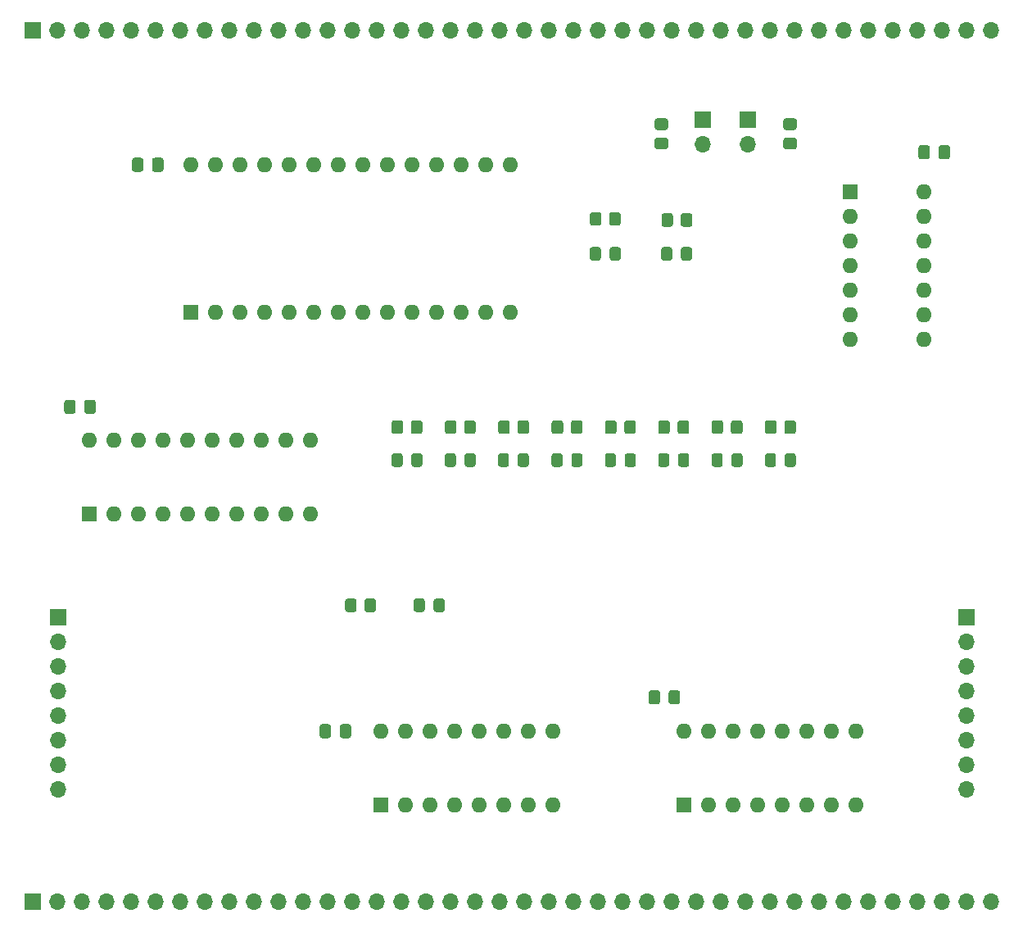
<source format=gts>
G04 #@! TF.GenerationSoftware,KiCad,Pcbnew,(5.1.9)-1*
G04 #@! TF.CreationDate,2021-10-24T10:03:22-04:00*
G04 #@! TF.ProjectId,ram-mar,72616d2d-6d61-4722-9e6b-696361645f70,1.0*
G04 #@! TF.SameCoordinates,Original*
G04 #@! TF.FileFunction,Soldermask,Top*
G04 #@! TF.FilePolarity,Negative*
%FSLAX46Y46*%
G04 Gerber Fmt 4.6, Leading zero omitted, Abs format (unit mm)*
G04 Created by KiCad (PCBNEW (5.1.9)-1) date 2021-10-24 10:03:22*
%MOMM*%
%LPD*%
G01*
G04 APERTURE LIST*
%ADD10O,1.600000X1.600000*%
%ADD11R,1.600000X1.600000*%
%ADD12O,1.700000X1.700000*%
%ADD13R,1.700000X1.700000*%
G04 APERTURE END LIST*
D10*
X102800000Y-59860000D03*
X135820000Y-75100000D03*
X105340000Y-59860000D03*
X133280000Y-75100000D03*
X107880000Y-59860000D03*
X130740000Y-75100000D03*
X110420000Y-59860000D03*
X128200000Y-75100000D03*
X112960000Y-59860000D03*
X125660000Y-75100000D03*
X115500000Y-59860000D03*
X123120000Y-75100000D03*
X118040000Y-59860000D03*
X120580000Y-75100000D03*
X120580000Y-59860000D03*
X118040000Y-75100000D03*
X123120000Y-59860000D03*
X115500000Y-75100000D03*
X125660000Y-59860000D03*
X112960000Y-75100000D03*
X128200000Y-59860000D03*
X110420000Y-75100000D03*
X130740000Y-59860000D03*
X107880000Y-75100000D03*
X133280000Y-59860000D03*
X105340000Y-75100000D03*
X135820000Y-59860000D03*
D11*
X102800000Y-75100000D03*
D12*
X182900000Y-124380000D03*
X182900000Y-121840000D03*
X182900000Y-119300000D03*
X182900000Y-116760000D03*
X182900000Y-114220000D03*
X182900000Y-111680000D03*
X182900000Y-109140000D03*
D13*
X182900000Y-106600000D03*
D10*
X178520000Y-62700000D03*
X170900000Y-77940000D03*
X178520000Y-65240000D03*
X170900000Y-75400000D03*
X178520000Y-67780000D03*
X170900000Y-72860000D03*
X178520000Y-70320000D03*
X170900000Y-70320000D03*
X178520000Y-72860000D03*
X170900000Y-67780000D03*
X178520000Y-75400000D03*
X170900000Y-65240000D03*
X178520000Y-77940000D03*
D11*
X170900000Y-62700000D03*
D10*
X122400000Y-118380000D03*
X140180000Y-126000000D03*
X124940000Y-118380000D03*
X137640000Y-126000000D03*
X127480000Y-118380000D03*
X135100000Y-126000000D03*
X130020000Y-118380000D03*
X132560000Y-126000000D03*
X132560000Y-118380000D03*
X130020000Y-126000000D03*
X135100000Y-118380000D03*
X127480000Y-126000000D03*
X137640000Y-118380000D03*
X124940000Y-126000000D03*
X140180000Y-118380000D03*
D11*
X122400000Y-126000000D03*
D10*
X153700000Y-118380000D03*
X171480000Y-126000000D03*
X156240000Y-118380000D03*
X168940000Y-126000000D03*
X158780000Y-118380000D03*
X166400000Y-126000000D03*
X161320000Y-118380000D03*
X163860000Y-126000000D03*
X163860000Y-118380000D03*
X161320000Y-126000000D03*
X166400000Y-118380000D03*
X158780000Y-126000000D03*
X168940000Y-118380000D03*
X156240000Y-126000000D03*
X171480000Y-118380000D03*
D11*
X153700000Y-126000000D03*
G36*
G01*
X151850001Y-56300000D02*
X150949999Y-56300000D01*
G75*
G02*
X150700000Y-56050001I0J249999D01*
G01*
X150700000Y-55349999D01*
G75*
G02*
X150949999Y-55100000I249999J0D01*
G01*
X151850001Y-55100000D01*
G75*
G02*
X152100000Y-55349999I0J-249999D01*
G01*
X152100000Y-56050001D01*
G75*
G02*
X151850001Y-56300000I-249999J0D01*
G01*
G37*
G36*
G01*
X151850001Y-58300000D02*
X150949999Y-58300000D01*
G75*
G02*
X150700000Y-58050001I0J249999D01*
G01*
X150700000Y-57349999D01*
G75*
G02*
X150949999Y-57100000I249999J0D01*
G01*
X151850001Y-57100000D01*
G75*
G02*
X152100000Y-57349999I0J-249999D01*
G01*
X152100000Y-58050001D01*
G75*
G02*
X151850001Y-58300000I-249999J0D01*
G01*
G37*
G36*
G01*
X165150001Y-56300000D02*
X164249999Y-56300000D01*
G75*
G02*
X164000000Y-56050001I0J249999D01*
G01*
X164000000Y-55349999D01*
G75*
G02*
X164249999Y-55100000I249999J0D01*
G01*
X165150001Y-55100000D01*
G75*
G02*
X165400000Y-55349999I0J-249999D01*
G01*
X165400000Y-56050001D01*
G75*
G02*
X165150001Y-56300000I-249999J0D01*
G01*
G37*
G36*
G01*
X165150001Y-58300000D02*
X164249999Y-58300000D01*
G75*
G02*
X164000000Y-58050001I0J249999D01*
G01*
X164000000Y-57349999D01*
G75*
G02*
X164249999Y-57100000I249999J0D01*
G01*
X165150001Y-57100000D01*
G75*
G02*
X165400000Y-57349999I0J-249999D01*
G01*
X165400000Y-58050001D01*
G75*
G02*
X165150001Y-58300000I-249999J0D01*
G01*
G37*
D12*
X160350000Y-57740000D03*
D13*
X160350000Y-55200000D03*
D12*
X155700000Y-57740000D03*
D13*
X155700000Y-55200000D03*
D10*
X92300000Y-88380000D03*
X115160000Y-96000000D03*
X94840000Y-88380000D03*
X112620000Y-96000000D03*
X97380000Y-88380000D03*
X110080000Y-96000000D03*
X99920000Y-88380000D03*
X107540000Y-96000000D03*
X102460000Y-88380000D03*
X105000000Y-96000000D03*
X105000000Y-88380000D03*
X102460000Y-96000000D03*
X107540000Y-88380000D03*
X99920000Y-96000000D03*
X110080000Y-88380000D03*
X97380000Y-96000000D03*
X112620000Y-88380000D03*
X94840000Y-96000000D03*
X115160000Y-88380000D03*
D11*
X92300000Y-96000000D03*
G36*
G01*
X145200000Y-65049999D02*
X145200000Y-65950001D01*
G75*
G02*
X144950001Y-66200000I-249999J0D01*
G01*
X144249999Y-66200000D01*
G75*
G02*
X144000000Y-65950001I0J249999D01*
G01*
X144000000Y-65049999D01*
G75*
G02*
X144249999Y-64800000I249999J0D01*
G01*
X144950001Y-64800000D01*
G75*
G02*
X145200000Y-65049999I0J-249999D01*
G01*
G37*
G36*
G01*
X147200000Y-65049999D02*
X147200000Y-65950001D01*
G75*
G02*
X146950001Y-66200000I-249999J0D01*
G01*
X146249999Y-66200000D01*
G75*
G02*
X146000000Y-65950001I0J249999D01*
G01*
X146000000Y-65049999D01*
G75*
G02*
X146249999Y-64800000I249999J0D01*
G01*
X146950001Y-64800000D01*
G75*
G02*
X147200000Y-65049999I0J-249999D01*
G01*
G37*
G36*
G01*
X153400000Y-66050001D02*
X153400000Y-65149999D01*
G75*
G02*
X153649999Y-64900000I249999J0D01*
G01*
X154350001Y-64900000D01*
G75*
G02*
X154600000Y-65149999I0J-249999D01*
G01*
X154600000Y-66050001D01*
G75*
G02*
X154350001Y-66300000I-249999J0D01*
G01*
X153649999Y-66300000D01*
G75*
G02*
X153400000Y-66050001I0J249999D01*
G01*
G37*
G36*
G01*
X151400000Y-66050001D02*
X151400000Y-65149999D01*
G75*
G02*
X151649999Y-64900000I249999J0D01*
G01*
X152350001Y-64900000D01*
G75*
G02*
X152600000Y-65149999I0J-249999D01*
G01*
X152600000Y-66050001D01*
G75*
G02*
X152350001Y-66300000I-249999J0D01*
G01*
X151649999Y-66300000D01*
G75*
G02*
X151400000Y-66050001I0J249999D01*
G01*
G37*
G36*
G01*
X146050000Y-69550001D02*
X146050000Y-68649999D01*
G75*
G02*
X146299999Y-68400000I249999J0D01*
G01*
X146950001Y-68400000D01*
G75*
G02*
X147200000Y-68649999I0J-249999D01*
G01*
X147200000Y-69550001D01*
G75*
G02*
X146950001Y-69800000I-249999J0D01*
G01*
X146299999Y-69800000D01*
G75*
G02*
X146050000Y-69550001I0J249999D01*
G01*
G37*
G36*
G01*
X144000000Y-69550001D02*
X144000000Y-68649999D01*
G75*
G02*
X144249999Y-68400000I249999J0D01*
G01*
X144900001Y-68400000D01*
G75*
G02*
X145150000Y-68649999I0J-249999D01*
G01*
X145150000Y-69550001D01*
G75*
G02*
X144900001Y-69800000I-249999J0D01*
G01*
X144249999Y-69800000D01*
G75*
G02*
X144000000Y-69550001I0J249999D01*
G01*
G37*
G36*
G01*
X153425000Y-69550001D02*
X153425000Y-68649999D01*
G75*
G02*
X153674999Y-68400000I249999J0D01*
G01*
X154325001Y-68400000D01*
G75*
G02*
X154575000Y-68649999I0J-249999D01*
G01*
X154575000Y-69550001D01*
G75*
G02*
X154325001Y-69800000I-249999J0D01*
G01*
X153674999Y-69800000D01*
G75*
G02*
X153425000Y-69550001I0J249999D01*
G01*
G37*
G36*
G01*
X151375000Y-69550001D02*
X151375000Y-68649999D01*
G75*
G02*
X151624999Y-68400000I249999J0D01*
G01*
X152275001Y-68400000D01*
G75*
G02*
X152525000Y-68649999I0J-249999D01*
G01*
X152525000Y-69550001D01*
G75*
G02*
X152275001Y-69800000I-249999J0D01*
G01*
X151624999Y-69800000D01*
G75*
G02*
X151375000Y-69550001I0J249999D01*
G01*
G37*
G36*
G01*
X118150000Y-118875000D02*
X118150000Y-117925000D01*
G75*
G02*
X118400000Y-117675000I250000J0D01*
G01*
X119075000Y-117675000D01*
G75*
G02*
X119325000Y-117925000I0J-250000D01*
G01*
X119325000Y-118875000D01*
G75*
G02*
X119075000Y-119125000I-250000J0D01*
G01*
X118400000Y-119125000D01*
G75*
G02*
X118150000Y-118875000I0J250000D01*
G01*
G37*
G36*
G01*
X116075000Y-118875000D02*
X116075000Y-117925000D01*
G75*
G02*
X116325000Y-117675000I250000J0D01*
G01*
X117000000Y-117675000D01*
G75*
G02*
X117250000Y-117925000I0J-250000D01*
G01*
X117250000Y-118875000D01*
G75*
G02*
X117000000Y-119125000I-250000J0D01*
G01*
X116325000Y-119125000D01*
G75*
G02*
X116075000Y-118875000I0J250000D01*
G01*
G37*
G36*
G01*
X152150000Y-115375000D02*
X152150000Y-114425000D01*
G75*
G02*
X152400000Y-114175000I250000J0D01*
G01*
X153075000Y-114175000D01*
G75*
G02*
X153325000Y-114425000I0J-250000D01*
G01*
X153325000Y-115375000D01*
G75*
G02*
X153075000Y-115625000I-250000J0D01*
G01*
X152400000Y-115625000D01*
G75*
G02*
X152150000Y-115375000I0J250000D01*
G01*
G37*
G36*
G01*
X150075000Y-115375000D02*
X150075000Y-114425000D01*
G75*
G02*
X150325000Y-114175000I250000J0D01*
G01*
X151000000Y-114175000D01*
G75*
G02*
X151250000Y-114425000I0J-250000D01*
G01*
X151250000Y-115375000D01*
G75*
G02*
X151000000Y-115625000I-250000J0D01*
G01*
X150325000Y-115625000D01*
G75*
G02*
X150075000Y-115375000I0J250000D01*
G01*
G37*
G36*
G01*
X91750000Y-85375000D02*
X91750000Y-84425000D01*
G75*
G02*
X92000000Y-84175000I250000J0D01*
G01*
X92675000Y-84175000D01*
G75*
G02*
X92925000Y-84425000I0J-250000D01*
G01*
X92925000Y-85375000D01*
G75*
G02*
X92675000Y-85625000I-250000J0D01*
G01*
X92000000Y-85625000D01*
G75*
G02*
X91750000Y-85375000I0J250000D01*
G01*
G37*
G36*
G01*
X89675000Y-85375000D02*
X89675000Y-84425000D01*
G75*
G02*
X89925000Y-84175000I250000J0D01*
G01*
X90600000Y-84175000D01*
G75*
G02*
X90850000Y-84425000I0J-250000D01*
G01*
X90850000Y-85375000D01*
G75*
G02*
X90600000Y-85625000I-250000J0D01*
G01*
X89925000Y-85625000D01*
G75*
G02*
X89675000Y-85375000I0J250000D01*
G01*
G37*
G36*
G01*
X98750000Y-60375000D02*
X98750000Y-59425000D01*
G75*
G02*
X99000000Y-59175000I250000J0D01*
G01*
X99675000Y-59175000D01*
G75*
G02*
X99925000Y-59425000I0J-250000D01*
G01*
X99925000Y-60375000D01*
G75*
G02*
X99675000Y-60625000I-250000J0D01*
G01*
X99000000Y-60625000D01*
G75*
G02*
X98750000Y-60375000I0J250000D01*
G01*
G37*
G36*
G01*
X96675000Y-60375000D02*
X96675000Y-59425000D01*
G75*
G02*
X96925000Y-59175000I250000J0D01*
G01*
X97600000Y-59175000D01*
G75*
G02*
X97850000Y-59425000I0J-250000D01*
G01*
X97850000Y-60375000D01*
G75*
G02*
X97600000Y-60625000I-250000J0D01*
G01*
X96925000Y-60625000D01*
G75*
G02*
X96675000Y-60375000I0J250000D01*
G01*
G37*
G36*
G01*
X179150000Y-58125000D02*
X179150000Y-59075000D01*
G75*
G02*
X178900000Y-59325000I-250000J0D01*
G01*
X178225000Y-59325000D01*
G75*
G02*
X177975000Y-59075000I0J250000D01*
G01*
X177975000Y-58125000D01*
G75*
G02*
X178225000Y-57875000I250000J0D01*
G01*
X178900000Y-57875000D01*
G75*
G02*
X179150000Y-58125000I0J-250000D01*
G01*
G37*
G36*
G01*
X181225000Y-58125000D02*
X181225000Y-59075000D01*
G75*
G02*
X180975000Y-59325000I-250000J0D01*
G01*
X180300000Y-59325000D01*
G75*
G02*
X180050000Y-59075000I0J250000D01*
G01*
X180050000Y-58125000D01*
G75*
G02*
X180300000Y-57875000I250000J0D01*
G01*
X180975000Y-57875000D01*
G75*
G02*
X181225000Y-58125000I0J-250000D01*
G01*
G37*
G36*
G01*
X119900000Y-104949999D02*
X119900000Y-105850001D01*
G75*
G02*
X119650001Y-106100000I-249999J0D01*
G01*
X118949999Y-106100000D01*
G75*
G02*
X118700000Y-105850001I0J249999D01*
G01*
X118700000Y-104949999D01*
G75*
G02*
X118949999Y-104700000I249999J0D01*
G01*
X119650001Y-104700000D01*
G75*
G02*
X119900000Y-104949999I0J-249999D01*
G01*
G37*
G36*
G01*
X121900000Y-104949999D02*
X121900000Y-105850001D01*
G75*
G02*
X121650001Y-106100000I-249999J0D01*
G01*
X120949999Y-106100000D01*
G75*
G02*
X120700000Y-105850001I0J249999D01*
G01*
X120700000Y-104949999D01*
G75*
G02*
X120949999Y-104700000I249999J0D01*
G01*
X121650001Y-104700000D01*
G75*
G02*
X121900000Y-104949999I0J-249999D01*
G01*
G37*
G36*
G01*
X127850000Y-105850001D02*
X127850000Y-104949999D01*
G75*
G02*
X128099999Y-104700000I249999J0D01*
G01*
X128750001Y-104700000D01*
G75*
G02*
X129000000Y-104949999I0J-249999D01*
G01*
X129000000Y-105850001D01*
G75*
G02*
X128750001Y-106100000I-249999J0D01*
G01*
X128099999Y-106100000D01*
G75*
G02*
X127850000Y-105850001I0J249999D01*
G01*
G37*
G36*
G01*
X125800000Y-105850001D02*
X125800000Y-104949999D01*
G75*
G02*
X126049999Y-104700000I249999J0D01*
G01*
X126700001Y-104700000D01*
G75*
G02*
X126950000Y-104949999I0J-249999D01*
G01*
X126950000Y-105850001D01*
G75*
G02*
X126700001Y-106100000I-249999J0D01*
G01*
X126049999Y-106100000D01*
G75*
G02*
X125800000Y-105850001I0J249999D01*
G01*
G37*
D12*
X89000000Y-124380000D03*
X89000000Y-121840000D03*
X89000000Y-119300000D03*
X89000000Y-116760000D03*
X89000000Y-114220000D03*
X89000000Y-111680000D03*
X89000000Y-109140000D03*
D13*
X89000000Y-106600000D03*
G36*
G01*
X125500000Y-87450001D02*
X125500000Y-86549999D01*
G75*
G02*
X125749999Y-86300000I249999J0D01*
G01*
X126450001Y-86300000D01*
G75*
G02*
X126700000Y-86549999I0J-249999D01*
G01*
X126700000Y-87450001D01*
G75*
G02*
X126450001Y-87700000I-249999J0D01*
G01*
X125749999Y-87700000D01*
G75*
G02*
X125500000Y-87450001I0J249999D01*
G01*
G37*
G36*
G01*
X123500000Y-87450001D02*
X123500000Y-86549999D01*
G75*
G02*
X123749999Y-86300000I249999J0D01*
G01*
X124450001Y-86300000D01*
G75*
G02*
X124700000Y-86549999I0J-249999D01*
G01*
X124700000Y-87450001D01*
G75*
G02*
X124450001Y-87700000I-249999J0D01*
G01*
X123749999Y-87700000D01*
G75*
G02*
X123500000Y-87450001I0J249999D01*
G01*
G37*
G36*
G01*
X131014285Y-87450001D02*
X131014285Y-86549999D01*
G75*
G02*
X131264284Y-86300000I249999J0D01*
G01*
X131964286Y-86300000D01*
G75*
G02*
X132214285Y-86549999I0J-249999D01*
G01*
X132214285Y-87450001D01*
G75*
G02*
X131964286Y-87700000I-249999J0D01*
G01*
X131264284Y-87700000D01*
G75*
G02*
X131014285Y-87450001I0J249999D01*
G01*
G37*
G36*
G01*
X129014285Y-87450001D02*
X129014285Y-86549999D01*
G75*
G02*
X129264284Y-86300000I249999J0D01*
G01*
X129964286Y-86300000D01*
G75*
G02*
X130214285Y-86549999I0J-249999D01*
G01*
X130214285Y-87450001D01*
G75*
G02*
X129964286Y-87700000I-249999J0D01*
G01*
X129264284Y-87700000D01*
G75*
G02*
X129014285Y-87450001I0J249999D01*
G01*
G37*
G36*
G01*
X136528570Y-87450001D02*
X136528570Y-86549999D01*
G75*
G02*
X136778569Y-86300000I249999J0D01*
G01*
X137478571Y-86300000D01*
G75*
G02*
X137728570Y-86549999I0J-249999D01*
G01*
X137728570Y-87450001D01*
G75*
G02*
X137478571Y-87700000I-249999J0D01*
G01*
X136778569Y-87700000D01*
G75*
G02*
X136528570Y-87450001I0J249999D01*
G01*
G37*
G36*
G01*
X134528570Y-87450001D02*
X134528570Y-86549999D01*
G75*
G02*
X134778569Y-86300000I249999J0D01*
G01*
X135478571Y-86300000D01*
G75*
G02*
X135728570Y-86549999I0J-249999D01*
G01*
X135728570Y-87450001D01*
G75*
G02*
X135478571Y-87700000I-249999J0D01*
G01*
X134778569Y-87700000D01*
G75*
G02*
X134528570Y-87450001I0J249999D01*
G01*
G37*
G36*
G01*
X142042855Y-87450001D02*
X142042855Y-86549999D01*
G75*
G02*
X142292854Y-86300000I249999J0D01*
G01*
X142992856Y-86300000D01*
G75*
G02*
X143242855Y-86549999I0J-249999D01*
G01*
X143242855Y-87450001D01*
G75*
G02*
X142992856Y-87700000I-249999J0D01*
G01*
X142292854Y-87700000D01*
G75*
G02*
X142042855Y-87450001I0J249999D01*
G01*
G37*
G36*
G01*
X140042855Y-87450001D02*
X140042855Y-86549999D01*
G75*
G02*
X140292854Y-86300000I249999J0D01*
G01*
X140992856Y-86300000D01*
G75*
G02*
X141242855Y-86549999I0J-249999D01*
G01*
X141242855Y-87450001D01*
G75*
G02*
X140992856Y-87700000I-249999J0D01*
G01*
X140292854Y-87700000D01*
G75*
G02*
X140042855Y-87450001I0J249999D01*
G01*
G37*
G36*
G01*
X147557140Y-87450001D02*
X147557140Y-86549999D01*
G75*
G02*
X147807139Y-86300000I249999J0D01*
G01*
X148507141Y-86300000D01*
G75*
G02*
X148757140Y-86549999I0J-249999D01*
G01*
X148757140Y-87450001D01*
G75*
G02*
X148507141Y-87700000I-249999J0D01*
G01*
X147807139Y-87700000D01*
G75*
G02*
X147557140Y-87450001I0J249999D01*
G01*
G37*
G36*
G01*
X145557140Y-87450001D02*
X145557140Y-86549999D01*
G75*
G02*
X145807139Y-86300000I249999J0D01*
G01*
X146507141Y-86300000D01*
G75*
G02*
X146757140Y-86549999I0J-249999D01*
G01*
X146757140Y-87450001D01*
G75*
G02*
X146507141Y-87700000I-249999J0D01*
G01*
X145807139Y-87700000D01*
G75*
G02*
X145557140Y-87450001I0J249999D01*
G01*
G37*
G36*
G01*
X153071425Y-87450001D02*
X153071425Y-86549999D01*
G75*
G02*
X153321424Y-86300000I249999J0D01*
G01*
X154021426Y-86300000D01*
G75*
G02*
X154271425Y-86549999I0J-249999D01*
G01*
X154271425Y-87450001D01*
G75*
G02*
X154021426Y-87700000I-249999J0D01*
G01*
X153321424Y-87700000D01*
G75*
G02*
X153071425Y-87450001I0J249999D01*
G01*
G37*
G36*
G01*
X151071425Y-87450001D02*
X151071425Y-86549999D01*
G75*
G02*
X151321424Y-86300000I249999J0D01*
G01*
X152021426Y-86300000D01*
G75*
G02*
X152271425Y-86549999I0J-249999D01*
G01*
X152271425Y-87450001D01*
G75*
G02*
X152021426Y-87700000I-249999J0D01*
G01*
X151321424Y-87700000D01*
G75*
G02*
X151071425Y-87450001I0J249999D01*
G01*
G37*
G36*
G01*
X158585710Y-87450001D02*
X158585710Y-86549999D01*
G75*
G02*
X158835709Y-86300000I249999J0D01*
G01*
X159535711Y-86300000D01*
G75*
G02*
X159785710Y-86549999I0J-249999D01*
G01*
X159785710Y-87450001D01*
G75*
G02*
X159535711Y-87700000I-249999J0D01*
G01*
X158835709Y-87700000D01*
G75*
G02*
X158585710Y-87450001I0J249999D01*
G01*
G37*
G36*
G01*
X156585710Y-87450001D02*
X156585710Y-86549999D01*
G75*
G02*
X156835709Y-86300000I249999J0D01*
G01*
X157535711Y-86300000D01*
G75*
G02*
X157785710Y-86549999I0J-249999D01*
G01*
X157785710Y-87450001D01*
G75*
G02*
X157535711Y-87700000I-249999J0D01*
G01*
X156835709Y-87700000D01*
G75*
G02*
X156585710Y-87450001I0J249999D01*
G01*
G37*
G36*
G01*
X164100000Y-87450001D02*
X164100000Y-86549999D01*
G75*
G02*
X164349999Y-86300000I249999J0D01*
G01*
X165050001Y-86300000D01*
G75*
G02*
X165300000Y-86549999I0J-249999D01*
G01*
X165300000Y-87450001D01*
G75*
G02*
X165050001Y-87700000I-249999J0D01*
G01*
X164349999Y-87700000D01*
G75*
G02*
X164100000Y-87450001I0J249999D01*
G01*
G37*
G36*
G01*
X162100000Y-87450001D02*
X162100000Y-86549999D01*
G75*
G02*
X162349999Y-86300000I249999J0D01*
G01*
X163050001Y-86300000D01*
G75*
G02*
X163300000Y-86549999I0J-249999D01*
G01*
X163300000Y-87450001D01*
G75*
G02*
X163050001Y-87700000I-249999J0D01*
G01*
X162349999Y-87700000D01*
G75*
G02*
X162100000Y-87450001I0J249999D01*
G01*
G37*
G36*
G01*
X125550000Y-90850001D02*
X125550000Y-89949999D01*
G75*
G02*
X125799999Y-89700000I249999J0D01*
G01*
X126450001Y-89700000D01*
G75*
G02*
X126700000Y-89949999I0J-249999D01*
G01*
X126700000Y-90850001D01*
G75*
G02*
X126450001Y-91100000I-249999J0D01*
G01*
X125799999Y-91100000D01*
G75*
G02*
X125550000Y-90850001I0J249999D01*
G01*
G37*
G36*
G01*
X123500000Y-90850001D02*
X123500000Y-89949999D01*
G75*
G02*
X123749999Y-89700000I249999J0D01*
G01*
X124400001Y-89700000D01*
G75*
G02*
X124650000Y-89949999I0J-249999D01*
G01*
X124650000Y-90850001D01*
G75*
G02*
X124400001Y-91100000I-249999J0D01*
G01*
X123749999Y-91100000D01*
G75*
G02*
X123500000Y-90850001I0J249999D01*
G01*
G37*
G36*
G01*
X131050000Y-90850001D02*
X131050000Y-89949999D01*
G75*
G02*
X131299999Y-89700000I249999J0D01*
G01*
X131950001Y-89700000D01*
G75*
G02*
X132200000Y-89949999I0J-249999D01*
G01*
X132200000Y-90850001D01*
G75*
G02*
X131950001Y-91100000I-249999J0D01*
G01*
X131299999Y-91100000D01*
G75*
G02*
X131050000Y-90850001I0J249999D01*
G01*
G37*
G36*
G01*
X129000000Y-90850001D02*
X129000000Y-89949999D01*
G75*
G02*
X129249999Y-89700000I249999J0D01*
G01*
X129900001Y-89700000D01*
G75*
G02*
X130150000Y-89949999I0J-249999D01*
G01*
X130150000Y-90850001D01*
G75*
G02*
X129900001Y-91100000I-249999J0D01*
G01*
X129249999Y-91100000D01*
G75*
G02*
X129000000Y-90850001I0J249999D01*
G01*
G37*
G36*
G01*
X136550000Y-90850001D02*
X136550000Y-89949999D01*
G75*
G02*
X136799999Y-89700000I249999J0D01*
G01*
X137450001Y-89700000D01*
G75*
G02*
X137700000Y-89949999I0J-249999D01*
G01*
X137700000Y-90850001D01*
G75*
G02*
X137450001Y-91100000I-249999J0D01*
G01*
X136799999Y-91100000D01*
G75*
G02*
X136550000Y-90850001I0J249999D01*
G01*
G37*
G36*
G01*
X134500000Y-90850001D02*
X134500000Y-89949999D01*
G75*
G02*
X134749999Y-89700000I249999J0D01*
G01*
X135400001Y-89700000D01*
G75*
G02*
X135650000Y-89949999I0J-249999D01*
G01*
X135650000Y-90850001D01*
G75*
G02*
X135400001Y-91100000I-249999J0D01*
G01*
X134749999Y-91100000D01*
G75*
G02*
X134500000Y-90850001I0J249999D01*
G01*
G37*
G36*
G01*
X142092855Y-90850001D02*
X142092855Y-89949999D01*
G75*
G02*
X142342854Y-89700000I249999J0D01*
G01*
X142992856Y-89700000D01*
G75*
G02*
X143242855Y-89949999I0J-249999D01*
G01*
X143242855Y-90850001D01*
G75*
G02*
X142992856Y-91100000I-249999J0D01*
G01*
X142342854Y-91100000D01*
G75*
G02*
X142092855Y-90850001I0J249999D01*
G01*
G37*
G36*
G01*
X140042855Y-90850001D02*
X140042855Y-89949999D01*
G75*
G02*
X140292854Y-89700000I249999J0D01*
G01*
X140942856Y-89700000D01*
G75*
G02*
X141192855Y-89949999I0J-249999D01*
G01*
X141192855Y-90850001D01*
G75*
G02*
X140942856Y-91100000I-249999J0D01*
G01*
X140292854Y-91100000D01*
G75*
G02*
X140042855Y-90850001I0J249999D01*
G01*
G37*
G36*
G01*
X147607140Y-90850001D02*
X147607140Y-89949999D01*
G75*
G02*
X147857139Y-89700000I249999J0D01*
G01*
X148507141Y-89700000D01*
G75*
G02*
X148757140Y-89949999I0J-249999D01*
G01*
X148757140Y-90850001D01*
G75*
G02*
X148507141Y-91100000I-249999J0D01*
G01*
X147857139Y-91100000D01*
G75*
G02*
X147607140Y-90850001I0J249999D01*
G01*
G37*
G36*
G01*
X145557140Y-90850001D02*
X145557140Y-89949999D01*
G75*
G02*
X145807139Y-89700000I249999J0D01*
G01*
X146457141Y-89700000D01*
G75*
G02*
X146707140Y-89949999I0J-249999D01*
G01*
X146707140Y-90850001D01*
G75*
G02*
X146457141Y-91100000I-249999J0D01*
G01*
X145807139Y-91100000D01*
G75*
G02*
X145557140Y-90850001I0J249999D01*
G01*
G37*
G36*
G01*
X153121425Y-90850001D02*
X153121425Y-89949999D01*
G75*
G02*
X153371424Y-89700000I249999J0D01*
G01*
X154021426Y-89700000D01*
G75*
G02*
X154271425Y-89949999I0J-249999D01*
G01*
X154271425Y-90850001D01*
G75*
G02*
X154021426Y-91100000I-249999J0D01*
G01*
X153371424Y-91100000D01*
G75*
G02*
X153121425Y-90850001I0J249999D01*
G01*
G37*
G36*
G01*
X151071425Y-90850001D02*
X151071425Y-89949999D01*
G75*
G02*
X151321424Y-89700000I249999J0D01*
G01*
X151971426Y-89700000D01*
G75*
G02*
X152221425Y-89949999I0J-249999D01*
G01*
X152221425Y-90850001D01*
G75*
G02*
X151971426Y-91100000I-249999J0D01*
G01*
X151321424Y-91100000D01*
G75*
G02*
X151071425Y-90850001I0J249999D01*
G01*
G37*
G36*
G01*
X158635710Y-90850001D02*
X158635710Y-89949999D01*
G75*
G02*
X158885709Y-89700000I249999J0D01*
G01*
X159535711Y-89700000D01*
G75*
G02*
X159785710Y-89949999I0J-249999D01*
G01*
X159785710Y-90850001D01*
G75*
G02*
X159535711Y-91100000I-249999J0D01*
G01*
X158885709Y-91100000D01*
G75*
G02*
X158635710Y-90850001I0J249999D01*
G01*
G37*
G36*
G01*
X156585710Y-90850001D02*
X156585710Y-89949999D01*
G75*
G02*
X156835709Y-89700000I249999J0D01*
G01*
X157485711Y-89700000D01*
G75*
G02*
X157735710Y-89949999I0J-249999D01*
G01*
X157735710Y-90850001D01*
G75*
G02*
X157485711Y-91100000I-249999J0D01*
G01*
X156835709Y-91100000D01*
G75*
G02*
X156585710Y-90850001I0J249999D01*
G01*
G37*
G36*
G01*
X164150000Y-90850001D02*
X164150000Y-89949999D01*
G75*
G02*
X164399999Y-89700000I249999J0D01*
G01*
X165050001Y-89700000D01*
G75*
G02*
X165300000Y-89949999I0J-249999D01*
G01*
X165300000Y-90850001D01*
G75*
G02*
X165050001Y-91100000I-249999J0D01*
G01*
X164399999Y-91100000D01*
G75*
G02*
X164150000Y-90850001I0J249999D01*
G01*
G37*
G36*
G01*
X162100000Y-90850001D02*
X162100000Y-89949999D01*
G75*
G02*
X162349999Y-89700000I249999J0D01*
G01*
X163000001Y-89700000D01*
G75*
G02*
X163250000Y-89949999I0J-249999D01*
G01*
X163250000Y-90850001D01*
G75*
G02*
X163000001Y-91100000I-249999J0D01*
G01*
X162349999Y-91100000D01*
G75*
G02*
X162100000Y-90850001I0J249999D01*
G01*
G37*
D12*
X185460000Y-136000000D03*
X182920000Y-136000000D03*
X180380000Y-136000000D03*
X177840000Y-136000000D03*
X175300000Y-136000000D03*
X172760000Y-136000000D03*
X170220000Y-136000000D03*
X167680000Y-136000000D03*
X165140000Y-136000000D03*
X162600000Y-136000000D03*
X160060000Y-136000000D03*
X157520000Y-136000000D03*
X154980000Y-136000000D03*
X152440000Y-136000000D03*
X149900000Y-136000000D03*
X147360000Y-136000000D03*
X144820000Y-136000000D03*
X142280000Y-136000000D03*
X139740000Y-136000000D03*
X137200000Y-136000000D03*
X134660000Y-136000000D03*
X132120000Y-136000000D03*
X129580000Y-136000000D03*
X127040000Y-136000000D03*
X124500000Y-136000000D03*
X121960000Y-136000000D03*
X119420000Y-136000000D03*
X116880000Y-136000000D03*
X114340000Y-136000000D03*
X111800000Y-136000000D03*
X109260000Y-136000000D03*
X106720000Y-136000000D03*
X104180000Y-136000000D03*
X101640000Y-136000000D03*
X99100000Y-136000000D03*
X96560000Y-136000000D03*
X94020000Y-136000000D03*
X91480000Y-136000000D03*
X88940000Y-136000000D03*
D13*
X86400000Y-136000000D03*
D12*
X185460000Y-46000000D03*
X182920000Y-46000000D03*
X180380000Y-46000000D03*
X177840000Y-46000000D03*
X175300000Y-46000000D03*
X172760000Y-46000000D03*
X170220000Y-46000000D03*
X167680000Y-46000000D03*
X165140000Y-46000000D03*
X162600000Y-46000000D03*
X160060000Y-46000000D03*
X157520000Y-46000000D03*
X154980000Y-46000000D03*
X152440000Y-46000000D03*
X149900000Y-46000000D03*
X147360000Y-46000000D03*
X144820000Y-46000000D03*
X142280000Y-46000000D03*
X139740000Y-46000000D03*
X137200000Y-46000000D03*
X134660000Y-46000000D03*
X132120000Y-46000000D03*
X129580000Y-46000000D03*
X127040000Y-46000000D03*
X124500000Y-46000000D03*
X121960000Y-46000000D03*
X119420000Y-46000000D03*
X116880000Y-46000000D03*
X114340000Y-46000000D03*
X111800000Y-46000000D03*
X109260000Y-46000000D03*
X106720000Y-46000000D03*
X104180000Y-46000000D03*
X101640000Y-46000000D03*
X99100000Y-46000000D03*
X96560000Y-46000000D03*
X94020000Y-46000000D03*
X91480000Y-46000000D03*
X88940000Y-46000000D03*
D13*
X86400000Y-46000000D03*
M02*

</source>
